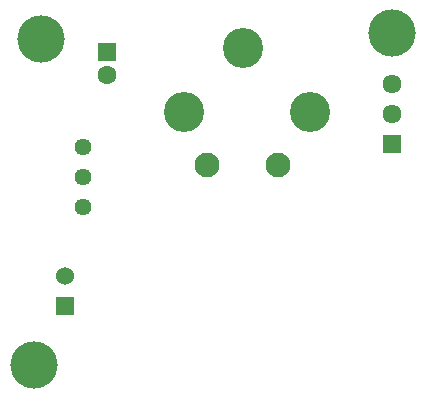
<source format=gbr>
%TF.GenerationSoftware,KiCad,Pcbnew,8.0.0*%
%TF.CreationDate,2024-04-17T17:35:18+02:00*%
%TF.ProjectId,Discharge Controller,44697363-6861-4726-9765-20436f6e7472,rev?*%
%TF.SameCoordinates,Original*%
%TF.FileFunction,Soldermask,Bot*%
%TF.FilePolarity,Negative*%
%FSLAX46Y46*%
G04 Gerber Fmt 4.6, Leading zero omitted, Abs format (unit mm)*
G04 Created by KiCad (PCBNEW 8.0.0) date 2024-04-17 17:35:18*
%MOMM*%
%LPD*%
G01*
G04 APERTURE LIST*
%ADD10C,2.100000*%
%ADD11C,3.400000*%
%ADD12R,1.610000X1.610000*%
%ADD13C,1.610000*%
%ADD14R,1.530000X1.530000*%
%ADD15C,1.530000*%
%ADD16C,4.000000*%
%ADD17C,1.440000*%
%ADD18R,1.600000X1.600000*%
%ADD19C,1.600000*%
G04 APERTURE END LIST*
D10*
%TO.C,K2*%
X173719500Y-65006500D03*
D11*
X176419500Y-60506500D03*
X170719500Y-55106500D03*
X165719500Y-60506500D03*
D10*
X167719500Y-65006500D03*
%TD*%
D12*
%TO.C,J1*%
X183388000Y-63246000D03*
D13*
X183388000Y-60706000D03*
X183388000Y-58166000D03*
%TD*%
D14*
%TO.C,J3*%
X155702000Y-76962000D03*
D15*
X155702000Y-74422000D03*
%TD*%
D16*
%TO.C,*%
X153035000Y-81940400D03*
%TD*%
%TO.C,*%
X153670000Y-54356000D03*
%TD*%
%TO.C,*%
X183388000Y-53848000D03*
%TD*%
D17*
%TO.C,U1*%
X157226000Y-68580000D03*
X157226000Y-66040000D03*
X157226000Y-63500000D03*
%TD*%
D18*
%TO.C,C1*%
X159258000Y-55432888D03*
D19*
X159258000Y-57432888D03*
%TD*%
M02*

</source>
